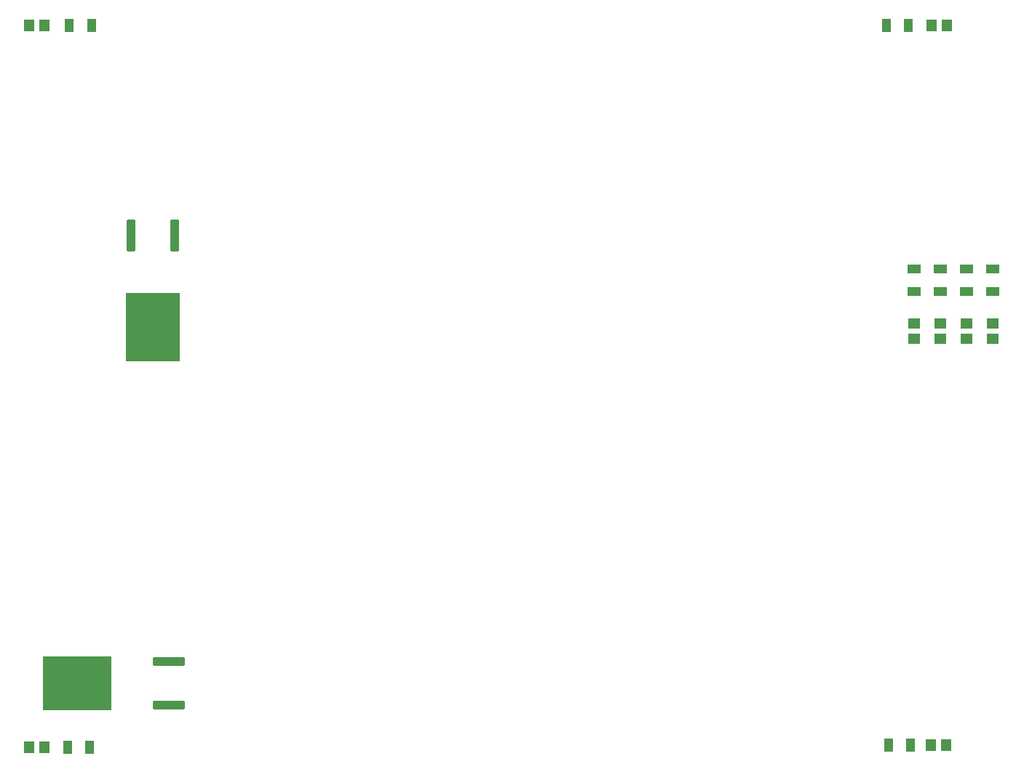
<source format=gbp>
G04*
G04 #@! TF.GenerationSoftware,Altium Limited,Altium Designer,21.4.1 (30)*
G04*
G04 Layer_Color=128*
%FSLAX25Y25*%
%MOIN*%
G70*
G04*
G04 #@! TF.SameCoordinates,A47B8419-E6DC-47D0-8E32-9BAF03E0F130*
G04*
G04*
G04 #@! TF.FilePolarity,Positive*
G04*
G01*
G75*
%ADD21R,0.05315X0.04528*%
%ADD22R,0.03937X0.06102*%
%ADD23R,0.04528X0.05315*%
%ADD25R,0.06102X0.03937*%
%ADD27R,0.31496X0.25157*%
G04:AMPARAMS|DCode=28|XSize=41.73mil|YSize=148.82mil|CornerRadius=11.06mil|HoleSize=0mil|Usage=FLASHONLY|Rotation=270.000|XOffset=0mil|YOffset=0mil|HoleType=Round|Shape=RoundedRectangle|*
%AMROUNDEDRECTD28*
21,1,0.04173,0.12670,0,0,270.0*
21,1,0.01961,0.14882,0,0,270.0*
1,1,0.02212,-0.06335,-0.00981*
1,1,0.02212,-0.06335,0.00981*
1,1,0.02212,0.06335,0.00981*
1,1,0.02212,0.06335,-0.00981*
%
%ADD28ROUNDEDRECTD28*%
G04:AMPARAMS|DCode=123|XSize=41.73mil|YSize=148.82mil|CornerRadius=11.06mil|HoleSize=0mil|Usage=FLASHONLY|Rotation=0.000|XOffset=0mil|YOffset=0mil|HoleType=Round|Shape=RoundedRectangle|*
%AMROUNDEDRECTD123*
21,1,0.04173,0.12670,0,0,0.0*
21,1,0.01961,0.14882,0,0,0.0*
1,1,0.02212,0.00981,-0.06335*
1,1,0.02212,-0.00981,-0.06335*
1,1,0.02212,-0.00981,0.06335*
1,1,0.02212,0.00981,0.06335*
%
%ADD123ROUNDEDRECTD123*%
%ADD124R,0.25157X0.31496*%
D21*
X424300Y239429D02*
D03*
Y246319D02*
D03*
X400300Y239429D02*
D03*
Y246319D02*
D03*
X388300Y239429D02*
D03*
Y246319D02*
D03*
X412300Y239429D02*
D03*
Y246319D02*
D03*
D22*
X400Y52300D02*
D03*
X10636D02*
D03*
X386718Y53300D02*
D03*
X376482D02*
D03*
X1187Y383284D02*
D03*
X11424D02*
D03*
X385718Y383300D02*
D03*
X375482D02*
D03*
D23*
X-17012Y383284D02*
D03*
X-10122D02*
D03*
X403090Y383300D02*
D03*
X396200D02*
D03*
X402945Y53300D02*
D03*
X396055D02*
D03*
X-16945Y52300D02*
D03*
X-10055D02*
D03*
D25*
X400300Y271518D02*
D03*
X388300D02*
D03*
X400300Y261282D02*
D03*
X412300D02*
D03*
Y271518D02*
D03*
X424300Y261282D02*
D03*
Y271518D02*
D03*
X388300Y261282D02*
D03*
D27*
X4778Y81608D02*
D03*
D28*
X46864Y91608D02*
D03*
Y71608D02*
D03*
D123*
X49664Y286808D02*
D03*
X29664D02*
D03*
D124*
X39664Y244721D02*
D03*
M02*

</source>
